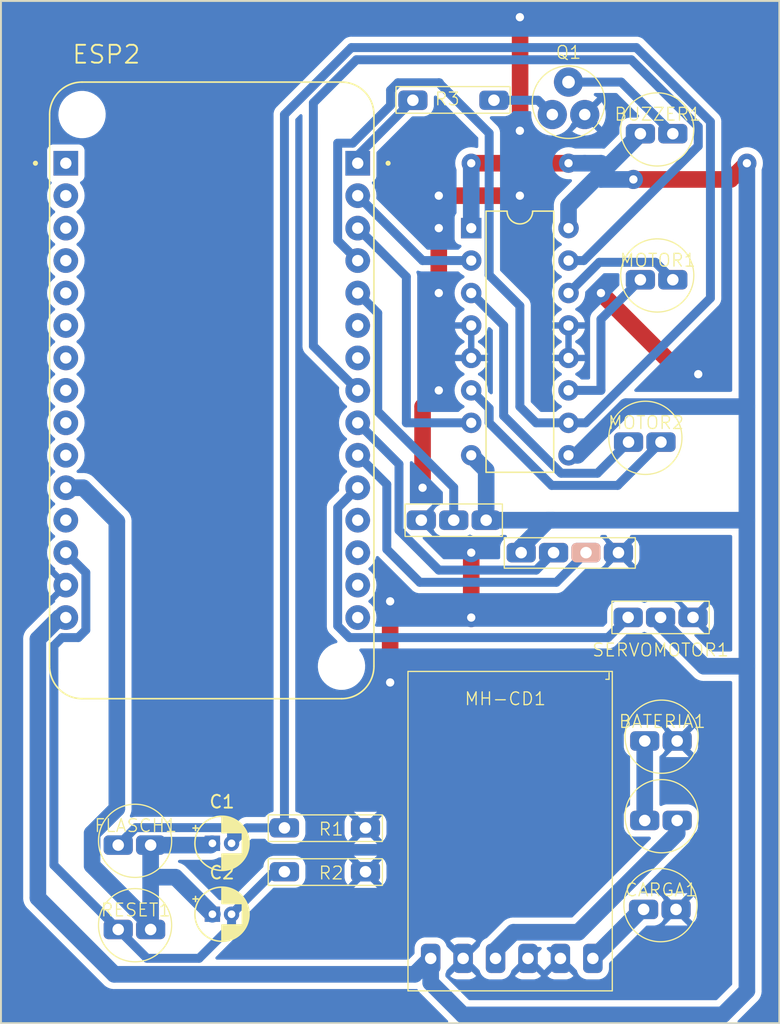
<source format=kicad_pcb>
(kicad_pcb (version 20221018) (generator pcbnew)
  (layers (0 "F.Cu" signal) (31 "B.Cu" signal) (34 "B.Paste" user) (35 "F.Paste" user) (36 "B.SilkS" user "B.Silkscreen") (37 "F.SilkS" user "F.Silkscreen") (38 "B.Mask" user) (39 "F.Mask" user) (44 "Edge.Cuts" user))
  (net 0 "")
  (net 1 "/reset")
  (net 2 "Net-(Q1-C)")
  (net 3 "+5V")
  (net 4 "/CARGA")
  (net 5 "/D1_motor")
  (net 6 "/D2_motor")
  (net 7 "/D4_led")
  (net 8 "/D5_motor")
  (net 9 "/D6_sonido")
  (net 10 "/D7_sonido")
  (net 11 "/D0_buzzer")
  (net 12 "/bateria")
  (net 13 "/3Y_motor")
  (net 14 "/4Y_motor")
  (net 15 "/1Y_motor")
  (net 16 "Net-(Q1-B)")
  (net 17 "/2Y_motor")
  (net 18 "/D8_brazo")
  (net 19 "Net-(BATERIA1-Pad1)")
  (net 20 "GND")
  (net 21 "+3.3V")
  (net 22 "/flash_D3")
  (footprint "ENTRADA 2PIN:2P" (layer "F.Cu") (at 59.983031 106.9642)
    (fp_text reference "RESET1" (at 3.9116 -4.064 unlocked) (layer "F.SilkS") (effects (font (thickness 0.1))))
    (fp_text value "~" hide)
    (pad "1" thru_hole roundrect (at 2.54 -2.54) (size 2.286 1.524) (drill 0.9) (layers "*.Cu" "*.Mask") (net 1 "/reset"))
    (pad "2" thru_hole roundrect (at 5.08 -2.54) (size 2.286 1.524) (drill 0.9) (layers "*.Cu" "*.Mask") (net 21 "+3.3V"))
  )
  (footprint "Capacitor_THT:CP_Radial_D4.0mm_P1.50mm" (layer "F.Cu") (at 69.898801 97.68)
    (fp_text reference "C1" (at 0.75 -3.25) (layer "F.SilkS"))
    (fp_text value "C_Small")
    (pad "1" thru_hole rect (at 0 0) (size 1.2 1.2) (drill 0.6) (layers "*.Cu" "*.Mask") (net 21 "+3.3V"))
    (pad "2" thru_hole circle (at 1.5 0) (size 1.2 1.2) (drill 0.6) (layers "*.Cu" "*.Mask") (net 22 "/flash_D3"))
  )
  (footprint "ENTRADA 2PIN:3P" (layer "F.Cu") (at 92.61 71.12 180)
    (fp_text reference "led1" hide)
    (fp_text value "~" hide)
    (pad "1" thru_hole roundrect (at 1.27 -1.27 180) (size 2.286 1.524) (drill 0.9) (layers "*.Cu" "B.Mask") (net 3 "+5V"))
    (pad "2" thru_hole roundrect (at 3.81 -1.27 180) (size 2.286 1.524) (drill 0.9) (layers "*.Cu" "B.Mask") (net 7 "/D4_led"))
    (pad "3" thru_hole roundrect (at 6.35 -1.27 180) (size 2.286 1.524) (drill 0.9) (layers "*.Cu" "B.Mask") (net 20 "GND"))
  )
  (footprint "ENTRADA 2PIN:3P" (layer "F.Cu") (at 108.81 78.73 180)
    (fp_text reference "SERVOMOTOR1" (at 3.81 -3.82 unlocked) (layer "F.SilkS") (effects (font (thickness 0.1))))
    (fp_text value "~")
    (pad "1" thru_hole roundrect (at 1.27 -1.27 180) (size 2.286 1.524) (drill 0.9) (layers "*.Cu" "B.Mask") (net 20 "GND"))
    (pad "2" thru_hole roundrect (at 3.81 -1.27 180) (size 2.286 1.524) (drill 0.9) (layers "*.Cu" "B.Mask") (net 3 "+5V"))
    (pad "3" thru_hole roundrect (at 6.35 -1.27 180) (size 2.286 1.524) (drill 0.9) (layers "*.Cu" "B.Mask") (net 18 "/D8_brazo"))
  )
  (footprint "ENTRADA 2PIN:2P" (layer "F.Cu") (at 100.877031 44.6802)
    (fp_text reference "BUZZER1" (at 3.9116 -4.064 unlocked) (layer "F.SilkS") (effects (font (thickness 0.1))))
    (fp_text value "~" hide)
    (pad "1" thru_hole roundrect (at 2.54 -2.54) (size 2.286 1.524) (drill 0.9) (layers "*.Cu" "*.Mask") (net 3 "+5V"))
    (pad "2" thru_hole roundrect (at 5.08 -2.54) (size 2.286 1.524) (drill 0.9) (layers "*.Cu" "*.Mask") (net 2 "Net-(Q1-C)"))
  )
  (footprint "ENTRADA 2PIN:4P" (layer "F.Cu") (at 92.7084 76.2)
    (fp_text reference "SENSOR_ULTRASONIDO1" hide)
    (fp_text value "~" hide)
    (pad "1" thru_hole roundrect (at 1.3716 -1.27) (size 2.286 1.524) (drill 0.9) (layers "*.Cu" "*.Mask") (net 3 "+5V"))
    (pad "2" thru_hole roundrect (at 3.9116 -1.27) (size 2.286 1.524) (drill 0.9) (layers "*.Cu" "*.Mask") (net 9 "/D6_sonido"))
    (pad "3" thru_hole roundrect (at 6.4516 -1.27) (size 2.286 1.524) (drill 0.9) (layers "*.Cu" "*.Mask" "B.SilkS") (net 10 "/D7_sonido"))
    (pad "4" thru_hole roundrect (at 8.9916 -1.27) (size 2.286 1.524) (drill 0.9) (layers "*.Cu" "*.Mask") (net 20 "GND"))
  )
  (footprint "MH-CD42:MH-CD42" (layer "F.Cu") (at 85.217 109.228)
    (fp_text reference "MH-CD1" (at 7.62 -22.86 unlocked) (layer "F.SilkS") (effects (font (thickness 0.1))))
    (fp_text value "~")
    (pad "1" thru_hole roundrect (at 1.778 -2.54 90) (size 2.286 1.524) (drill 0.9) (layers "*.Cu" "*.Mask") (net 3 "+5V"))
    (pad "2" thru_hole roundrect (at 4.318 -2.54 90) (size 2.286 1.524) (drill 0.9) (layers "*.Cu" "*.Mask") (net 20 "GND"))
    (pad "3" thru_hole roundrect (at 6.858 -2.54 90) (size 2.286 1.524) (drill 0.9) (layers "*.Cu" "*.Mask") (net 12 "/bateria"))
    (pad "4" thru_hole roundrect (at 9.398 -2.54 90) (size 2.286 1.524) (drill 0.9) (layers "*.Cu" "*.Mask") (net 20 "GND"))
    (pad "5" thru_hole roundrect (at 11.938 -2.54 90) (size 2.286 1.524) (drill 0.9) (layers "*.Cu" "*.Mask") (net 20 "GND"))
    (pad "6" thru_hole roundrect (at 14.478 -2.54 90) (size 2.286 1.524) (drill 0.9) (layers "*.Cu" "*.Mask") (net 4 "/CARGA"))
  )
  (footprint "resistencia:R" (layer "F.Cu") (at 93.3212 38.4032 180)
    (fp_text reference "R3" (at 5.0292 -1.016 unlocked) (layer "F.SilkS") (effects (font (thickness 0.1))))
    (fp_text value "1K" hide)
    (pad "1" thru_hole roundrect (at 1.3716 -1.1176 180) (size 2.286 1.5) (drill 0.9) (layers "*.Cu" "B.Mask") (net 16 "Net-(Q1-B)"))
    (pad "2" thru_hole roundrect (at 7.7216 -1.1176 180) (size 2.286 1.524) (drill 0.9) (layers "*.Cu" "B.Mask") (net 11 "/D0_buzzer"))
  )
  (footprint "ENTRADA 2PIN:2P" (layer "F.Cu") (at 59.983031 100.3602)
    (fp_text reference "FLASCH1" (at 3.9116 -4.064 unlocked) (layer "F.SilkS") (effects (font (thickness 0.1))))
    (fp_text value "~")
    (pad "1" thru_hole roundrect (at 2.54 -2.54) (size 2.286 1.524) (drill 0.9) (layers "*.Cu" "*.Mask") (net 22 "/flash_D3"))
    (pad "2" thru_hole roundrect (at 5.08 -2.54) (size 2.286 1.524) (drill 0.9) (layers "*.Cu" "*.Mask") (net 21 "+3.3V"))
  )
  (footprint "ENTRADA 2PIN:2P" (layer "F.Cu") (at 101.131031 105.3942)
    (fp_text reference "CARGA1" (at 3.9116 -4.064 unlocked) (layer "F.SilkS") (effects (font (thickness 0.1))))
    (fp_text value "~")
    (pad "1" thru_hole roundrect (at 2.54 -2.54) (size 2.286 1.524) (drill 0.9) (layers "*.Cu" "*.Mask") (net 4 "/CARGA"))
    (pad "2" thru_hole roundrect (at 5.08 -2.54) (size 2.286 1.524) (drill 0.9) (layers "*.Cu" "*.Mask") (net 20 "GND"))
  )
  (footprint "Capacitor_THT:CP_Radial_D4.0mm_P1.50mm" (layer "F.Cu") (at 69.898801 103.23)
    (fp_text reference "C2" (at 0.75 -3.25) (layer "F.SilkS"))
    (fp_text value "C_Small" hide)
    (pad "1" thru_hole rect (at 0 0) (size 1.2 1.2) (drill 0.6) (layers "*.Cu" "*.Mask") (net 21 "+3.3V"))
    (pad "2" thru_hole circle (at 1.5 0) (size 1.2 1.2) (drill 0.6) (layers "*.Cu" "*.Mask") (net 1 "/reset"))
  )
  (footprint "ENTRADA 2PIN:2P" (layer "F.Cu") (at 101.219 92.21)
    (fp_text reference "BATERIA1" (at 3.9116 -4.064 unlocked) (layer "F.SilkS") (effects (font (thickness 0.1))))
    (fp_text value "~")
    (pad "1" thru_hole roundrect (at 2.54 -2.54) (size 2.286 1.524) (drill 0.9) (layers "*.Cu" "*.Mask") (net 19 "Net-(BATERIA1-Pad1)"))
    (pad "2" thru_hole roundrect (at 5.08 -2.54) (size 2.286 1.524) (drill 0.9) (layers "*.Cu" "*.Mask") (net 20 "GND"))
  )
  (footprint "ENTRADA 2PIN:2P" (layer "F.Cu") (at 100.877031 56.1102)
    (fp_text reference "MOTOR1" (at 3.9116 -4.064 unlocked) (layer "F.SilkS") (effects (font (thickness 0.1))))
    (fp_text value "~" hide)
    (pad "1" thru_hole roundrect (at 2.54 -2.54) (size 2.286 1.524) (drill 0.9) (layers "*.Cu" "*.Mask") (net 13 "/3Y_motor"))
    (pad "2" thru_hole roundrect (at 5.08 -2.54) (size 2.286 1.524) (drill 0.9) (layers "*.Cu" "*.Mask") (net 14 "/4Y_motor"))
  )
  (footprint "Package_DIP:DIP-16_W7.62mm" (layer "F.Cu") (at 90.17 49.53)
    (fp_text reference "U1" hide)
    (fp_text value "L293D")
    (pad "1" thru_hole rect (at 0 0) (size 1.6 1.6) (drill 0.8) (layers "*.Cu" "*.Mask") (net 3 "+5V"))
    (pad "2" thru_hole oval (at 0 2.54) (size 1.6 1.6) (drill 0.8) (layers "*.Cu" "*.Mask") (net 5 "/D1_motor"))
    (pad "3" thru_hole oval (at 0 5.08) (size 1.6 1.6) (drill 0.8) (layers "*.Cu" "*.Mask") (net 15 "/1Y_motor"))
    (pad "4" thru_hole oval (at 0 7.62) (size 1.6 1.6) (drill 0.8) (layers "*.Cu" "*.Mask") (net 20 "GND"))
    (pad "5" thru_hole oval (at 0 10.16) (size 1.6 1.6) (drill 0.8) (layers "*.Cu" "*.Mask") (net 20 "GND"))
    (pad "6" thru_hole oval (at 0 12.7) (size 1.6 1.6) (drill 0.8) (layers "*.Cu" "*.Mask") (net 17 "/2Y_motor"))
    (pad "7" thru_hole oval (at 0 15.24) (size 1.6 1.6) (drill 0.8) (layers "*.Cu" "*.Mask") (net 6 "/D2_motor"))
    (pad "8" thru_hole oval (at 0 17.78) (size 1.6 1.6) (drill 0.8) (layers "*.Cu" "*.Mask") (net 3 "+5V"))
    (pad "9" thru_hole oval (at 7.62 17.78) (size 1.6 1.6) (drill 0.8) (layers "*.Cu" "*.Mask") (net 3 "+5V"))
    (pad "10" thru_hole oval (at 7.62 15.24) (size 1.6 1.6) (drill 0.8) (layers "*.Cu" "*.Mask") (net 22 "/flash_D3"))
    (pad "11" thru_hole oval (at 7.62 12.7) (size 1.6 1.6) (drill 0.8) (layers "*.Cu" "*.Mask") (net 13 "/3Y_motor"))
    (pad "12" thru_hole oval (at 7.62 10.16) (size 1.6 1.6) (drill 0.8) (layers "*.Cu" "*.Mask") (net 20 "GND"))
    (pad "13" thru_hole oval (at 7.62 7.62) (size 1.6 1.6) (drill 0.8) (layers "*.Cu" "*.Mask") (net 20 "GND"))
    (pad "14" thru_hole oval (at 7.62 5.08) (size 1.6 1.6) (drill 0.8) (layers "*.Cu" "*.Mask") (net 14 "/4Y_motor"))
    (pad "15" thru_hole oval (at 7.62 2.54) (size 1.6 1.6) (drill 0.8) (layers "*.Cu" "*.Mask") (net 8 "/D5_motor"))
    (pad "16" thru_hole oval (at 7.62 0) (size 1.6 1.6) (drill 0.8) (layers "*.Cu" "*.Mask") (net 3 "+5V"))
  )
  (footprint "transistores:2N2222" (layer "F.Cu") (at 97.79 39.669806 180)
    (fp_text reference "Q1" (at 0 3.891194 unlocked) (layer "F.SilkS") (effects (font (thickness 0.1))))
    (fp_text value "2N2222" hide)
    (pad "1" thru_hole circle (at -1.27 -0.970194 180) (size 2.286 2.286) (drill 0.9) (layers "*.Cu" "B.Mask") (net 20 "GND"))
    (pad "2" thru_hole circle (at 1.27 -0.970194 180) (size 2.286 2.286) (drill 0.9) (layers "*.Cu" "B.Mask") (net 16 "Net-(Q1-B)"))
    (pad "3" thru_hole circle (at 0 1.569806 180) (size 2.286 2.286) (drill 0.99) (layers "*.Cu" "B.Mask") (net 2 "Net-(Q1-C)"))
  )
  (footprint "ENTRADA 2PIN:2P" (layer "F.Cu") (at 101.219 98.433)
    (fp_text reference "INTERRUPTOR1" hide)
    (fp_text value "~" hide)
    (pad "1" thru_hole roundrect (at 2.54 -2.54) (size 2.286 1.524) (drill 0.9) (layers "*.Cu" "*.Mask") (net 19 "Net-(BATERIA1-Pad1)"))
    (pad "2" thru_hole roundrect (at 5.08 -2.54) (size 2.286 1.524) (drill 0.9) (layers "*.Cu" "*.Mask") (net 12 "/bateria"))
  )
  (footprint "ESP8266:SEEED_113990105" (layer "F.Cu") (at 69.85 62.23)
    (fp_text reference "ESP2" (at -8.255 -26.289) (layer "F.SilkS") (effects (font (size 1.4 1.4))))
    (fp_text value "~")
    (pad "" np_thru_hole circle (at -10.16 -21.59) (size 3.2 3.2) (drill 3.2) (layers "*.Cu" "*.Mask"))
    (pad "" np_thru_hole circle (at -10.16 21.59) (size 3.2 3.2) (drill 3.2) (layers "*.Cu" "*.Mask"))
    (pad "" np_thru_hole circle (at 10.16 -21.59) (size 3.2 3.2) (drill 3.2) (layers "*.Cu" "*.Mask"))
    (pad "" np_thru_hole circle (at 10.16 21.59) (size 3.2 3.2) (drill 3.2) (layers "*.Cu" "*.Mask"))
    (pad "J1_1" thru_hole rect (at -11.43 -17.78) (size 1.93 1.93) (drill 0.889) (layers "*.Cu" "*.Mask"))
    (pad "J1_2" thru_hole circle (at -11.43 -15.24) (size 1.93 1.93) (drill 0.889) (layers "*.Cu" "*.Mask"))
    (pad "J1_3" thru_hole circle (at -11.43 -12.7) (size 1.93 1.93) (drill 0.889) (layers "*.Cu" "*.Mask"))
    (pad "J1_4" thru_hole circle (at -11.43 -10.16) (size 1.93 1.93) (drill 0.889) (layers "*.Cu" "*.Mask"))
    (pad "J1_5" thru_hole circle (at -11.43 -7.62) (size 1.93 1.93) (drill 0.889) (layers "*.Cu" "*.Mask"))
    (pad "J1_6" thru_hole circle (at -11.43 -5.08) (size 1.93 1.93) (drill 0.889) (layers "*.Cu" "*.Mask"))
    (pad "J1_7" thru_hole circle (at -11.43 -2.54) (size 1.93 1.93) (drill 0.889) (layers "*.Cu" "*.Mask"))
    (pad "J1_8" thru_hole circle (at -11.43 0) (size 1.93 1.93) (drill 0.889) (layers "*.Cu" "*.Mask"))
    (pad "J1_9" thru_hole circle (at -11.43 2.54) (size 1.93 1.93) (drill 0.889) (layers "*.Cu" "*.Mask"))
    (pad "J1_10" thru_hole circle (at -11.43 5.08) (size 1.93 1.93) (drill 0.889) (layers "*.Cu" "*.Mask"))
    (pad "J1_11" thru_hole circle (at -11.43 7.62) (size 1.93 1.93) (drill 0.889) (layers "*.Cu" "*.Mask") (net 21 "+3.3V"))
    (pad "J1_12" thru_hole circle (at -11.43 10.16) (size 1.93 1.93) (drill 0.889) (layers "*.Cu" "*.Mask"))
    (pad "J1_13" thru_hole circle (at -11.43 12.7) (size 1.93 1.93) (drill 0.889) (layers "*.Cu" "*.Mask") (net 1 "/reset"))
    (pad "J1_14" thru_hole circle (at -11.43 15.24) (size 1.93 1.93) (drill 0.889) (layers "*.Cu" "*.Mask") (net 20 "GND"))
    (pad "J1_15" thru_hole circle (at -11.43 17.78) (size 1.93 1.93) (drill 0.889) (layers "*.Cu" "*.Mask") (net 3 "+5V"))
    (pad "J2_1" thru_hole rect (at 11.43 -17.78) (size 1.93 1.93) (drill 0.889) (layers "*.Cu" "*.Mask") (net 11 "/D0_buzzer"))
    (pad "J2_2" thru_hole circle (at 11.43 -15.24) (size 1.93 1.93) (drill 0.889) (layers "*.Cu" "*.Mask") (net 5 "/D1_motor"))
    (pad "J2_3" thru_hole circle (at 11.43 -12.7) (size 1.93 1.93) (drill 0.889) (layers "*.Cu" "*.Mask") (net 6 "/D2_motor"))
    (pad "J2_4" thru_hole circle (at 11.43 -10.16) (size 1.93 1.93) (drill 0.889) (layers "*.Cu" "*.Mask") (net 22 "/flash_D3"))
    (pad "J2_5" thru_hole circle (at 11.43 -7.62) (size 1.93 1.93) (drill 0.889) (layers "*.Cu" "*.Mask") (net 7 "/D4_led"))
    (pad "J2_6" thru_hole circle (at 11.43 -5.08) (size 1.93 1.93) (drill 0.889) (layers "*.Cu" "*.Mask"))
    (pad "J2_7" thru_hole circle (at 11.43 -2.54) (size 1.93 1.93) (drill 0.889) (layers "*.Cu" "*.Mask"))
    (pad "J2_8" thru_hole circle (at 11.43 0) (size 1.93 1.93) (drill 0.889) (layers "*.Cu" "*.Mask") (net 8 "/D5_motor"))
    (pad "J2_9" thru_hole circle (at 11.43 2.54) (size 1.93 1.93) (drill 0.889) (layers "*.Cu" "*.Mask") (net 9 "/D6_sonido"))
    (pad "J2_10" thru_hole circle (at 11.43 5.08) (size 1.93 1.93) (drill 0.889) (layers "*.Cu" "*.Mask") (net 10 "/D7_sonido"))
    (pad "J2_11" thru_hole circle (at 11.43 7.62) (size 1.93 1.93) (drill 0.889) (layers "*.Cu" "*.Mask") (net 18 "/D8_brazo"))
    (pad "J2_12" thru_hole circle (at 11.43 10.16) (size 1.93 1.93) (drill 0.889) (layers "*.Cu" "*.Mask"))
    (pad "J2_13" thru_hole circle (at 11.43 12.7) (size 1.93 1.93) (drill 0.889) (layers "*.Cu" "*.Mask"))
    (pad "J2_14" thru_hole circle (at 11.43 15.24) (size 1.93 1.93) (drill 0.889) (layers "*.Cu" "*.Mask"))
    (pad "J2_15" thru_hole circle (at 11.43 17.78) (size 1.93 1.93) (drill 0.889) (layers "*.Cu" "*.Mask"))
  )
  (footprint "resistencia:R" (layer "F.Cu") (at 74.169 97.5886)
    (fp_text reference "R1" (at 5.0292 -1.016 unlocked) (layer "F.SilkS") (effects (font (thickness 0.1))))
    (fp_text value "10K" hide)
    (pad "1" thru_hole roundrect (at 1.3716 -1.1176) (size 2.286 1.5) (drill 0.9) (layers "*.Cu" "B.Mask") (net 22 "/flash_D3"))
    (pad "2" thru_hole roundrect (at 7.7216 -1.1176) (size 2.286 1.524) (drill 0.9) (layers "*.Cu" "B.Mask") (net 20 "GND"))
  )
  (footprint "resistencia:R" (layer "F.Cu") (at 74.169 101.0222)
    (fp_text reference "R2" (at 5.0292 -1.016 unlocked) (layer "F.SilkS") (effects (font (thickness 0.1))))
    (fp_text value "10K" hide)
    (pad "1" thru_hole roundrect (at 1.3716 -1.1176) (size 2.286 1.5) (drill 0.9) (layers "*.Cu" "B.Mask") (net 1 "/reset"))
    (pad "2" thru_hole roundrect (at 7.7216 -1.1176) (size 2.286 1.524) (drill 0.9) (layers "*.Cu" "B.Mask") (net 20 "GND"))
  )
  (footprint "ENTRADA 2PIN:2P" (layer "F.Cu") (at 99.949 68.819)
    (fp_text reference "MOTOR2" (at 3.9116 -4.064 unlocked) (layer "F.SilkS") (effects (font (thickness 0.1))))
    (fp_text value "~")
    (pad "1" thru_hole roundrect (at 2.54 -2.54) (size 2.286 1.524) (drill 0.9) (layers "*.Cu" "*.Mask") (net 15 "/1Y_motor"))
    (pad "2" thru_hole roundrect (at 5.08 -2.54) (size 2.286 1.524) (drill 0.9) (layers "*.Cu" "*.Mask") (net 17 "/2Y_motor"))
  )
  (gr_rect (start 53.34 31.75) (end 114.3 111.76) (stroke (width 0.15)) (fill none) (layer "F.SilkS"))
  (gr_rect (start 53.34 31.75) (end 114.3 111.76) (stroke (width 0.1)) (fill none) (layer "Edge.Cuts"))
  (segment (start 64.778831 106.68) (end 62.523031 104.4242) (width 0.7) (layer "B.Cu") (net 1))
  (segment (start 74.724201 99.9046) (end 71.398801 103.23) (width 0.7) (layer "B.Cu") (net 1))
  (segment (start 71.398801 103.23) (end 71.398801 104.138) (width 0.7) (layer "B.Cu") (net 1))
  (segment (start 68.856801 106.68) (end 64.778831 106.68) (width 0.7) (layer "B.Cu") (net 1))
  (segment (start 59.989 76.499) (end 58.42 74.93) (width 0.7) (layer "B.Cu") (net 1))
  (segment (start 59.989 80.981) (end 59.989 76.499) (width 0.7) (layer "B.Cu") (net 1))
  (segment (start 57.486 99.387169) (end 57.486 82.214) (width 0.7) (layer "B.Cu") (net 1))
  (segment (start 71.398801 104.138) (end 68.856801 106.68) (width 0.7) (layer "B.Cu") (net 1))
  (segment (start 58.121 81.579) (end 59.391 81.579) (width 0.7) (layer "B.Cu") (net 1))
  (segment (start 75.5406 99.9046) (end 74.724201 99.9046) (width 0.7) (layer "B.Cu") (net 1))
  (segment (start 57.486 82.214) (end 58.121 81.579) (width 0.7) (layer "B.Cu") (net 1))
  (segment (start 59.391 81.579) (end 59.989 80.981) (width 0.7) (layer "B.Cu") (net 1))
  (segment (start 62.523031 104.4242) (end 57.486 99.387169) (width 0.7) (layer "B.Cu") (net 1))
  (segment (start 101.916831 38.1) (end 105.957031 42.1402) (width 0.7) (layer "B.Cu") (net 2))
  (segment (start 97.79 38.1) (end 101.916831 38.1) (width 0.7) (layer "B.Cu") (net 2))
  (segment (start 110.49 45.72) (end 111.76 44.45) (width 1.3) (layer "F.Cu") (net 3))
  (segment (start 102.87 45.72) (end 110.49 45.72) (width 1.3) (layer "F.Cu") (net 3))
  (segment (start 90.17 44.45) (end 97.79 44.45) (width 1.3) (layer "F.Cu") (net 3))
  (via (at 111.76 44.45) (size 1.5) (drill 0.65) (layers "F.Cu" "B.Cu") (net 3))
  (via (at 102.87 45.72) (size 1.5) (drill 0.65) (layers "F.Cu" "B.Cu") (net 3))
  (via (at 97.79 44.45) (size 1.5) (drill 0.65) (layers "F.Cu" "B.Cu") (net 3))
  (via (at 90.17 44.45) (size 1.5) (drill 0.65) (layers "F.Cu" "B.Cu") (net 3))
  (segment (start 85.749 107.934) (end 62.214 107.934) (width 1.3) (layer "B.Cu") (net 3))
  (segment (start 97.79 47.767231) (end 100.083616 45.473616) (width 1.3) (layer "B.Cu") (net 3))
  (segment (start 97.79 49.53) (end 97.79 47.767231) (width 1.3) (layer "B.Cu") (net 3))
  (segment (start 86.995 106.688) (end 85.749 107.934) (width 1.3) (layer "B.Cu") (net 3))
  (segment (start 56.232 101.952) (end 56.232 81.694576) (width 1.3) (layer "B.Cu") (net 3))
  (segment (start 100.718616 44.838616) (end 100.33 44.45) (width 1.3) (layer "B.Cu") (net 3))
  (segment (start 105 80) (end 105 80.420264) (width 1.3) (layer "B.Cu") (net 3))
  (segment (start 86.995 108.585) (end 89.52 111.11) (width 1.3) (layer "B.Cu") (net 3))
  (segment (start 109.87 111.11) (end 111.76 109.22) (width 1.3) (layer "B.Cu") (net 3))
  (segment (start 62.214 107.934) (end 56.232 101.952) (width 1.3) (layer "B.Cu") (net 3))
  (segment (start 105 80.420264) (end 108.399736 83.82) (width 1.3) (layer "B.Cu") (net 3))
  (segment (start 97.79 67.31) (end 98.497736 67.31) (width 1.3) (layer "B.Cu") (net 3))
  (segment (start 100.083616 45.473616) (end 100.718616 44.838616) (width 1.3) (layer "B.Cu") (net 3))
  (segment (start 102.307736 63.5) (end 111.76 63.5) (width 1.3) (layer "B.Cu") (net 3))
  (segment (start 111.76 109.22) (end 111.76 83.82) (width 1.3) (layer "B.Cu") (net 3))
  (segment (start 96.52 72.39) (end 111.76 72.39) (width 1.3) (layer "B.Cu") (net 3))
  (segment (start 111.76 63.5) (end 111.76 44.45) (width 1.3) (layer "B.Cu") (net 3))
  (segment (start 91.34 72.39) (end 96.52 72.39) (width 1.3) (layer "B.Cu") (net 3))
  (segment (start 98.497736 67.31) (end 102.307736 63.5) (width 1.3) (layer "B.Cu") (net 3))
  (segment (start 91.34 68.48) (end 91.34 72.39) (width 1.3) (layer "B.Cu") (net 3))
  (segment (start 56.232 81.694576) (end 57.916576 80.01) (width 1.3) (layer "B.Cu") (net 3))
  (segment (start 100.33 44.45) (end 99.06 44.45) (width 1.3) (layer "B.Cu") (net 3))
  (segment (start 57.916576 80.01) (end 58.42 80.01) (width 1.3) (layer "B.Cu") (net 3))
  (segment (start 90.17 49.53) (end 90.17 44.45) (width 1.3) (layer "B.Cu") (net 3))
  (segment (start 94.08 74.93) (end 94.08 74.509736) (width 1.3) (layer "B.Cu") (net 3))
  (segment (start 89.52 111.11) (end 109.87 111.11) (width 1.3) (layer "B.Cu") (net 3))
  (segment (start 100.718616 44.838616) (end 103.417031 42.1402) (width 1.3) (layer "B.Cu") (net 3))
  (segment (start 100.33 45.72) (end 102.87 45.72) (width 1.3) (layer "B.Cu") (net 3))
  (segment (start 99.06 44.45) (end 97.79 44.45) (width 1.3) (layer "B.Cu") (net 3))
  (segment (start 111.76 72.39) (end 111.76 63.5) (width 1.3) (layer "B.Cu") (net 3))
  (segment (start 111.76 83.82) (end 111.76 72.39) (width 1.3) (layer "B.Cu") (net 3))
  (segment (start 86.995 106.688) (end 86.995 108.585) (width 1.3) (layer "B.Cu") (net 3))
  (segment (start 96.199736 72.39) (end 96.52 72.39) (width 1.3) (layer "B.Cu") (net 3))
  (segment (start 108.399736 83.82) (end 111.76 83.82) (width 1.3) (layer "B.Cu") (net 3))
  (segment (start 94.08 74.509736) (end 96.199736 72.39) (width 1.3) (layer "B.Cu") (net 3))
  (segment (start 100.083616 45.473616) (end 100.33 45.72) (width 1.3) (layer "B.Cu") (net 3))
  (segment (start 90.17 67.31) (end 91.34 68.48) (width 1.3) (layer "B.Cu") (net 3))
  (segment (start 103.5288 102.8542) (end 99.695 106.688) (width 1.3) (layer "B.Cu") (net 4))
  (segment (start 103.671031 102.8542) (end 103.5288 102.8542) (width 1.3) (layer "B.Cu") (net 4))
  (segment (start 90.17 52.07) (end 86.36 52.07) (width 0.7) (layer "B.Cu") (net 5))
  (segment (start 86.36 52.07) (end 81.28 46.99) (width 0.7) (layer "B.Cu") (net 5))
  (segment (start 81.28 49.53) (end 85.09 53.34) (width 0.7) (layer "B.Cu") (net 6))
  (segment (start 85.09 53.34) (end 85.09 64.77) (width 0.7) (layer "B.Cu") (net 6))
  (segment (start 85.09 64.77) (end 90.17 64.77) (width 0.7) (layer "B.Cu") (net 6))
  (segment (start 90.17 64.617) (end 90.17 64.77) (width 0.7) (layer "B.Cu") (net 6))
  (segment (start 82.849 56.179) (end 81.28 54.61) (width 0.7) (layer "B.Cu") (net 7))
  (segment (start 88.8 72.39) (end 88.8 69.82916) (width 0.7) (layer "B.Cu") (net 7))
  (segment (start 82.849 63.87816) (end 82.849 56.179) (width 0.7) (layer "B.Cu") (net 7))
  (segment (start 88.8 69.82916) (end 82.849 63.87816) (width 0.7) (layer "B.Cu") (net 7))
  (segment (start 102.705831 36.353) (end 107.95 41.597169) (width 0.7) (layer "B.Cu") (net 8))
  (segment (start 77.806 58.756) (end 77.806 39.727073) (width 0.7) (layer "B.Cu") (net 8))
  (segment (start 97.79 52.07) (end 97.79 51.97984) (width 0.7) (layer "B.Cu") (net 8))
  (segment (start 107.95 43.10084) (end 98.98084 52.07) (width 0.7) (layer "B.Cu") (net 8))
  (segment (start 77.806 39.727073) (end 81.180073 36.353) (width 0.7) (layer "B.Cu") (net 8))
  (segment (start 107.95 41.597169) (end 107.95 43.10084) (width 0.7) (layer "B.Cu") (net 8))
  (segment (start 97.79 51.62) (end 97.79 52.07) (width 0.7) (layer "B.Cu") (net 8))
  (segment (start 81.28 62.23) (end 77.806 58.756) (width 0.7) (layer "B.Cu") (net 8))
  (segment (start 98.98084 52.07) (end 97.79 52.07) (width 0.7) (layer "B.Cu") (net 8))
  (segment (start 81.180073 36.353) (end 102.705831 36.353) (width 0.7) (layer "B.Cu") (net 8))
  (segment (start 84.513 68.003) (end 84.513 73.179) (width 0.7) (layer "B.Cu") (net 9))
  (segment (start 84.513 73.179) (end 87.63 76.296) (width 0.7) (layer "B.Cu") (net 9))
  (segment (start 87.63 76.296) (end 95.254 76.296) (width 0.7) (layer "B.Cu") (net 9))
  (segment (start 81.28 64.77) (end 84.513 68.003) (width 0.7) (layer "B.Cu") (net 9))
  (segment (start 95.254 76.296) (end 96.62 74.93) (width 0.7) (layer "B.Cu") (net 9))
  (segment (start 83.559 69.589) (end 83.559 74.669) (width 0.7) (layer "B.Cu") (net 10))
  (segment (start 81.28 67.31) (end 83.559 69.589) (width 0.7) (layer "B.Cu") (net 10))
  (segment (start 96.84 77.25) (end 99.16 74.93) (width 0.7) (layer "B.Cu") (net 10))
  (segment (start 86.14 77.25) (end 96.84 77.25) (width 0.7) (layer "B.Cu") (net 10))
  (segment (start 83.559 74.669) (end 86.14 77.25) (width 0.7) (layer "B.Cu") (net 10))
  (segment (start 81.28 43.8404) (end 85.5996 39.5208) (width 0.7) (layer "B.Cu") (net 11))
  (segment (start 81.28 44.45) (end 81.28 43.8404) (width 0.7) (layer "B.Cu") (net 11))
  (segment (start 106.299 96.901) (end 98.559 104.641) (width 1.3) (layer "B.Cu") (net 12))
  (segment (start 93.479 104.641) (end 92.075 106.045) (width 1.3) (layer "B.Cu") (net 12))
  (segment (start 98.559 104.641) (end 93.479 104.641) (width 1.3) (layer "B.Cu") (net 12))
  (segment (start 106.299 95.893) (end 106.299 96.901) (width 1.3) (layer "B.Cu") (net 12))
  (segment (start 92.075 106.045) (end 92.075 106.688) (width 1.3) (layer "B.Cu") (net 12))
  (segment (start 100.33 56.657231) (end 103.417031 53.5702) (width 0.7) (layer "B.Cu") (net 13))
  (segment (start 103.732 53.885169) (end 103.417031 53.5702) (width 0.7) (layer "B.Cu") (net 13))
  (segment (start 100.33 62.23) (end 100.33 56.657231) (width 0.7) (layer "B.Cu") (net 13))
  (segment (start 97.79 62.23) (end 100.33 62.23) (width 0.7) (layer "B.Cu") (net 13))
  (segment (start 100.1958 52.2042) (end 97.79 54.61) (width 0.7) (layer "B.Cu") (net 14))
  (segment (start 104.591031 52.2042) (end 100.1958 52.2042) (width 0.7) (layer "B.Cu") (net 14))
  (segment (start 105.957031 53.5702) (end 104.591031 52.2042) (width 0.7) (layer "B.Cu") (net 14))
  (segment (start 97.208444 68.714) (end 92.71 64.215556) (width 0.7) (layer "B.Cu") (net 15))
  (segment (start 92.71 64.215556) (end 92.71 57.15) (width 0.7) (layer "B.Cu") (net 15))
  (segment (start 102.489 66.279) (end 100.054 68.714) (width 0.7) (layer "B.Cu") (net 15))
  (segment (start 100.054 68.714) (end 97.208444 68.714) (width 0.7) (layer "B.Cu") (net 15))
  (segment (start 92.71 57.15) (end 90.17 54.61) (width 0.7) (layer "B.Cu") (net 15))
  (segment (start 95.4008 39.5208) (end 96.52 40.64) (width 0.7) (layer "B.Cu") (net 16))
  (segment (start 91.9496 39.5208) (end 95.4008 39.5208) (width 0.7) (layer "B.Cu") (net 16))
  (segment (start 105.029 66.279) (end 101.64 69.668) (width 0.7) (layer "B.Cu") (net 17))
  (segment (start 91.574 63.634) (end 90.17 62.23) (width 0.7) (layer "B.Cu") (net 17))
  (segment (start 101.64 69.668) (end 96.472 69.668) (width 0.7) (layer "B.Cu") (net 17))
  (segment (start 91.574 64.77) (end 91.574 63.634) (width 0.7) (layer "B.Cu") (net 17))
  (segment (start 96.472 69.668) (end 91.574 64.77) (width 0.7) (layer "B.Cu") (net 17))
  (segment (start 80.630098 81.579) (end 100.881 81.579) (width 0.7) (layer "B.Cu") (net 18))
  (segment (start 79.711 80.659902) (end 80.630098 81.579) (width 0.7) (layer "B.Cu") (net 18))
  (segment (start 81.28 69.85) (end 79.711 71.419) (width 0.7) (layer "B.Cu") (net 18))
  (segment (start 79.711 71.419) (end 79.711 80.659902) (width 0.7) (layer "B.Cu") (net 18))
  (segment (start 100.881 81.579) (end 102.46 80) (width 0.7) (layer "B.Cu") (net 18))
  (segment (start 103.759 89.67) (end 103.759 95.893) (width 1.3) (layer "B.Cu") (net 19))
  (segment (start 106.68 60.96) (end 107.95 60.96) (width 1.3) (layer "F.Cu") (net 20))
  (segment (start 87.63 46.99) (end 93.98 46.99) (width 1.3) (layer "F.Cu") (net 20))
  (segment (start 86.36 63.5) (end 87.63 62.23) (width 1.3) (layer "F.Cu") (net 20))
  (segment (start 93.98 41.91) (end 93.9966 41.8934) (width 1.3) (layer "F.Cu") (net 20))
  (segment (start 86.36 69.85) (end 86.36 63.5) (width 1.3) (layer "F.Cu") (net 20))
  (segment (start 100.33 54.61) (end 106.68 60.96) (width 1.3) (layer "F.Cu") (net 20))
  (segment (start 90.17 74.93) (end 90.17 80.01) (width 1.3) (layer "F.Cu") (net 20))
  (segment (start 93.9966 41.8934) (end 93.9966 33.0366) (width 1.3) (layer "F.Cu") (net 20))
  (segment (start 83.82 78.74) (end 83.82 85.09) (width 1.3) (layer "F.Cu") (net 20))
  (segment (start 87.63 54.61) (end 87.63 49.53) (width 1.3) (layer "F.Cu") (net 20))
  (segment (start 93.9966 33.0366) (end 93.98 33.02) (width 1.3) (layer "F.Cu") (net 20))
  (via (at 87.63 46.99) (size 1.5) (drill 0.65) (layers "F.Cu" "B.Cu") (net 20))
  (via (at 83.82 85.09) (size 1.5) (drill 0.65) (layers "F.Cu" "B.Cu") (net 20))
  (via (at 87.63 54.61) (size 1.5) (drill 0.65) (layers "F.Cu" "B.Cu") (net 20))
  (via (at 93.98 46.99) (size 1.5) (drill 0.65) (layers "F.Cu" "B.Cu") (net 20))
  (via (at 90.17 74.93) (size 1.5) (drill 0.65) (layers "F.Cu" "B.Cu") (net 20))
  (via (at 93.98 33.02) (size 1.5) (drill 0.65) (layers "F.Cu" "B.Cu") (net 20))
  (via (at 86.36 69.85) (size 1.5) (drill 0.65) (layers "F.Cu" "B.Cu") (net 20))
  (via (at 93.98 41.91) (size 1.5) (drill 0.65) (layers "F.Cu" "B.Cu") (net 20))
  (via (at 87.63 49.53) (size 1.5) (drill 0.65) (layers "F.Cu" "B.Cu") (net 20))
  (via (at 107.95 60.96) (size 1.5) (drill 0.65) (layers "F.Cu" "B.Cu") (net 20))
  (via (at 83.82 78.74) (size 1.5) (drill 0.65) (layers "F.Cu" "B.Cu") (net 20))
  (via (at 90.17 80.01) (size 1.5) (drill 0.65) (layers "F.Cu" "B.Cu") (net 20))
  (via (at 100.33 54.61) (size 1.5) (drill 0.65) (layers "F.Cu" "B.Cu") (net 20))
  (via (at 87.63 62.23) (size 1.5) (drill 0.65) (layers "F.Cu" "B.Cu") (net 20))
  (segment (start 65.063031 97.8202) (end 69.758601 97.8202) (width 1.3) (layer "B.Cu") (net 21))
  (segment (start 60.476031 99.416936) (end 65.063031 104.003936) (width 1.3) (layer "B.Cu") (net 21))
  (segment (start 65.063031 104.003936) (end 65.063031 104.4242) (width 1.3) (layer "B.Cu") (net 21))
  (segment (start 62.415607 72.480891) (end 62.415607 94.96736) (width 1.3) (layer "B.Cu") (net 21))
  (segment (start 65.063031 100.33) (end 66.998801 100.33) (width 1.3) (layer "B.Cu") (net 21))
  (segment (start 62.415607 94.96736) (end 60.476031 96.906936) (width 1.3) (layer "B.Cu") (net 21))
  (segment (start 69.894801 103.226) (end 69.894801 103.23) (width 1.3) (layer "B.Cu") (net 21))
  (segment (start 65.063031 97.8202) (end 65.063031 100.33) (width 1.3) (layer "B.Cu") (net 21))
  (segment (start 60.476031 96.906936) (end 60.476031 99.416936) (width 1.3) (layer "B.Cu") (net 21))
  (segment (start 65.063031 100.33) (end 65.063031 104.4242) (width 1.3) (layer "B.Cu") (net 21))
  (segment (start 58.42 69.85) (end 59.784716 69.85) (width 1.3) (layer "B.Cu") (net 21))
  (segment (start 59.784716 69.85) (end 62.415607 72.480891) (width 1.3) (layer "B.Cu") (net 21))
  (segment (start 69.758601 97.8202) (end 69.870601 97.7082) (width 1.3) (layer "B.Cu") (net 21))
  (segment (start 66.998801 100.33) (end 69.894801 103.226) (width 1.3) (layer "B.Cu") (net 21))
  (segment (start 91.574 42.0988) (end 91.574 53.206) (width 0.7) (layer "B.Cu") (net 22))
  (segment (start 63.889031 96.4542) (end 71.081001 96.4542) (width 0.7) (layer "B.Cu") (net 22))
  (segment (start 75.5406 40.643313) (end 80.784913 35.399) (width 0.7) (layer "B.Cu") (net 22))
  (segment (start 62.523031 97.8202) (end 63.889031 96.4542) (width 0.7) (layer "B.Cu") (net 22))
  (segment (start 83.8526 38.7318) (end 84.4296 38.1548) (width 0.7) (layer "B.Cu") (net 22))
  (segment (start 97.79 64.374) (end 97.79 64.77) (width 0.7) (layer "B.Cu") (net 22))
  (segment (start 80.784913 35.399) (end 103.100991 35.399) (width 0.7) (layer "B.Cu") (net 22))
  (segment (start 108.904 41.202009) (end 108.904 55.00516) (width 0.7) (layer "B.Cu") (net 22))
  (segment (start 87.63 38.1548) (end 87.6848 38.1548) (width 0.7) (layer "B.Cu") (net 22))
  (segment (start 93.98 63.5) (end 95.25 64.77) (width 0.7) (layer "B.Cu") (net 22))
  (segment (start 79.711 42.881) (end 80.89024 42.881) (width 0.7) (layer "B.Cu") (net 22))
  (segment (start 87.63 38.1548) (end 91.574 42.0988) (width 0.7) (layer "B.Cu") (net 22))
  (segment (start 93.98 55.612) (end 93.98 63.5) (width 0.7) (layer "B.Cu") (net 22))
  (segment (start 75.5406 96.471) (end 75.5406 40.643313) (width 0.7) (layer "B.Cu") (net 22))
  (segment (start 80.89024 42.881) (end 83.8526 39.91864) (width 0.7) (layer "B.Cu") (net 22))
  (segment (start 84.4296 38.1548) (end 87.63 38.1548) (width 0.7) (layer "B.Cu") (net 22))
  (segment (start 95.25 64.77) (end 97.79 64.77) (width 0.7) (layer "B.Cu") (net 22))
  (segment (start 71.398801 96.772) (end 71.398801 97.68) (width 0.7) (layer "B.Cu") (net 22))
  (segment (start 108.904 55.00516) (end 99.13916 64.77) (width 0.7) (layer "B.Cu") (net 22))
  (segment (start 81.28 52.07) (end 79.711 50.501) (width 0.7) (layer "B.Cu") (net 22))
  (segment (start 71.081001 96.4542) (end 71.398801 96.772) (width 0.7) (layer "B.Cu") (net 22))
  (segment (start 79.711 50.501) (end 79.711 42.881) (width 0.7) (layer "B.Cu") (net 22))
  (segment (start 91.574 53.206) (end 93.98 55.612) (width 0.7) (layer "B.Cu") (net 22))
  (segment (start 72.607801 96.471) (end 71.398801 97.68) (width 0.7) (layer "B.Cu") (net 22))
  (segment (start 83.8526 39.91864) (end 83.8526 38.7318) (width 0.7) (layer "B.Cu") (net 22))
  (segment (start 99.13916 64.77) (end 97.79 64.77) (width 0.7) (layer "B.Cu") (net 22))
  (segment (start 103.100991 35.399) (end 108.904 41.202009) (width 0.7) (layer "B.Cu") (net 22))
  (segment (start 75.5406 96.471) (end 72.607801 96.471) (width 0.7) (layer "B.Cu") (net 22))
  (zone (net 20) (net_name "GND") (layer "B.Cu") (connect_pads (clearance 0.5)) (min_thickness 0.25) (fill yes (thermal_gap 0.5) (thermal_bridge_width 0.5))
    (polygon (pts (xy 114.3 111.76) (xy 53.34 111.76) (xy 53.34 31.75) (xy 114.3 31.75)))
  )
)
</source>
